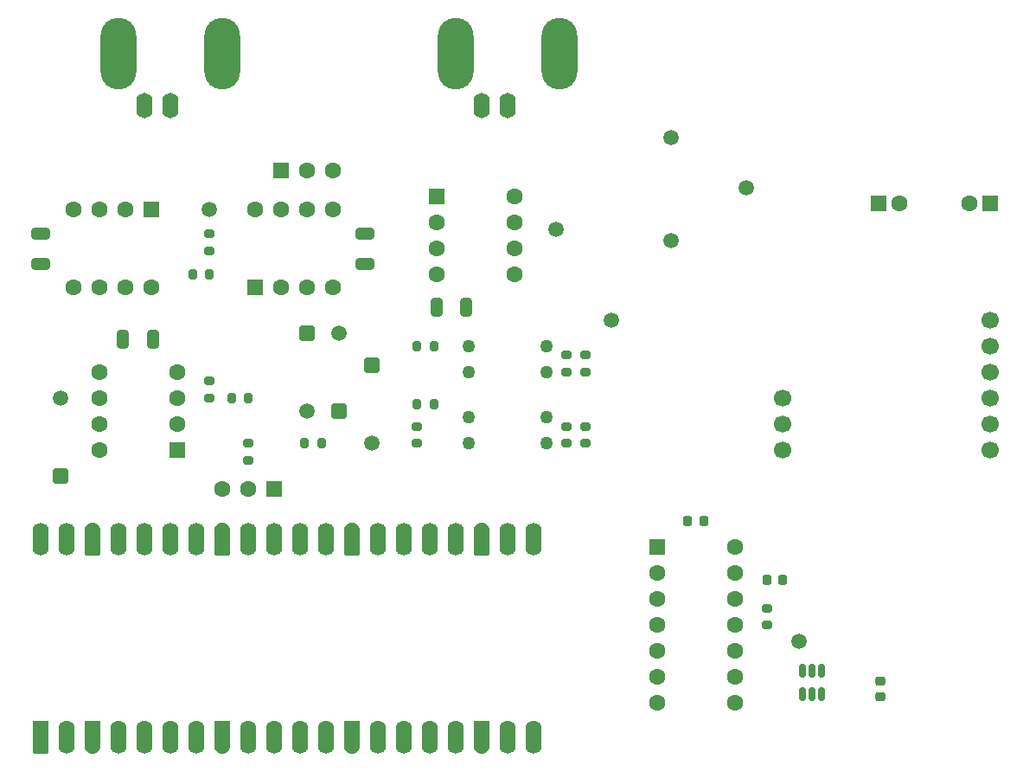
<source format=gbr>
%TF.GenerationSoftware,KiCad,Pcbnew,9.0.1*%
%TF.CreationDate,2025-06-24T23:50:42+09:00*%
%TF.ProjectId,SMU,534d552e-6b69-4636-9164-5f7063625858,rev?*%
%TF.SameCoordinates,Original*%
%TF.FileFunction,Soldermask,Top*%
%TF.FilePolarity,Negative*%
%FSLAX46Y46*%
G04 Gerber Fmt 4.6, Leading zero omitted, Abs format (unit mm)*
G04 Created by KiCad (PCBNEW 9.0.1) date 2025-06-24 23:50:42*
%MOMM*%
%LPD*%
G01*
G04 APERTURE LIST*
G04 Aperture macros list*
%AMRoundRect*
0 Rectangle with rounded corners*
0 $1 Rounding radius*
0 $2 $3 $4 $5 $6 $7 $8 $9 X,Y pos of 4 corners*
0 Add a 4 corners polygon primitive as box body*
4,1,4,$2,$3,$4,$5,$6,$7,$8,$9,$2,$3,0*
0 Add four circle primitives for the rounded corners*
1,1,$1+$1,$2,$3*
1,1,$1+$1,$4,$5*
1,1,$1+$1,$6,$7*
1,1,$1+$1,$8,$9*
0 Add four rect primitives between the rounded corners*
20,1,$1+$1,$2,$3,$4,$5,0*
20,1,$1+$1,$4,$5,$6,$7,0*
20,1,$1+$1,$6,$7,$8,$9,0*
20,1,$1+$1,$8,$9,$2,$3,0*%
%AMFreePoly0*
4,1,37,0.800000,0.796148,0.878414,0.796148,1.032228,0.765552,1.177117,0.705537,1.307515,0.618408,1.418408,0.507515,1.505537,0.377117,1.565552,0.232228,1.596148,0.078414,1.596148,-0.078414,1.565552,-0.232228,1.505537,-0.377117,1.418408,-0.507515,1.307515,-0.618408,1.177117,-0.705537,1.032228,-0.765552,0.878414,-0.796148,0.800000,-0.796148,0.800000,-0.800000,-1.400000,-0.800000,
-1.403843,-0.796157,-1.439018,-0.796157,-1.511114,-0.766294,-1.566294,-0.711114,-1.596157,-0.639018,-1.596157,-0.603843,-1.600000,-0.600000,-1.600000,0.600000,-1.596157,0.603843,-1.596157,0.639018,-1.566294,0.711114,-1.511114,0.766294,-1.439018,0.796157,-1.403843,0.796157,-1.400000,0.800000,0.800000,0.800000,0.800000,0.796148,0.800000,0.796148,$1*%
%AMFreePoly1*
4,1,37,1.403843,0.796157,1.439018,0.796157,1.511114,0.766294,1.566294,0.711114,1.596157,0.639018,1.596157,0.603843,1.600000,0.600000,1.600000,-0.600000,1.596157,-0.603843,1.596157,-0.639018,1.566294,-0.711114,1.511114,-0.766294,1.439018,-0.796157,1.403843,-0.796157,1.400000,-0.800000,-0.800000,-0.800000,-0.800000,-0.796148,-0.878414,-0.796148,-1.032228,-0.765552,-1.177117,-0.705537,
-1.307515,-0.618408,-1.418408,-0.507515,-1.505537,-0.377117,-1.565552,-0.232228,-1.596148,-0.078414,-1.596148,0.078414,-1.565552,0.232228,-1.505537,0.377117,-1.418408,0.507515,-1.307515,0.618408,-1.177117,0.705537,-1.032228,0.765552,-0.878414,0.796148,-0.800000,0.796148,-0.800000,0.800000,1.400000,0.800000,1.403843,0.796157,1.403843,0.796157,$1*%
%AMFreePoly2*
4,1,37,0.603843,0.796157,0.639018,0.796157,0.711114,0.766294,0.766294,0.711114,0.796157,0.639018,0.796157,0.603843,0.800000,0.600000,0.800000,-0.600000,0.796157,-0.603843,0.796157,-0.639018,0.766294,-0.711114,0.711114,-0.766294,0.639018,-0.796157,0.603843,-0.796157,0.600000,-0.800000,0.000000,-0.800000,0.000000,-0.796148,-0.078414,-0.796148,-0.232228,-0.765552,-0.377117,-0.705537,
-0.507515,-0.618408,-0.618408,-0.507515,-0.705537,-0.377117,-0.765552,-0.232228,-0.796148,-0.078414,-0.796148,0.078414,-0.765552,0.232228,-0.705537,0.377117,-0.618408,0.507515,-0.507515,0.618408,-0.377117,0.705537,-0.232228,0.765552,-0.078414,0.796148,0.000000,0.796148,0.000000,0.800000,0.600000,0.800000,0.603843,0.796157,0.603843,0.796157,$1*%
%AMFreePoly3*
4,1,37,0.000000,0.796148,0.078414,0.796148,0.232228,0.765552,0.377117,0.705537,0.507515,0.618408,0.618408,0.507515,0.705537,0.377117,0.765552,0.232228,0.796148,0.078414,0.796148,-0.078414,0.765552,-0.232228,0.705537,-0.377117,0.618408,-0.507515,0.507515,-0.618408,0.377117,-0.705537,0.232228,-0.765552,0.078414,-0.796148,0.000000,-0.796148,0.000000,-0.800000,-0.600000,-0.800000,
-0.603843,-0.796157,-0.639018,-0.796157,-0.711114,-0.766294,-0.766294,-0.711114,-0.796157,-0.639018,-0.796157,-0.603843,-0.800000,-0.600000,-0.800000,0.600000,-0.796157,0.603843,-0.796157,0.639018,-0.766294,0.711114,-0.711114,0.766294,-0.639018,0.796157,-0.603843,0.796157,-0.600000,0.800000,0.000000,0.800000,0.000000,0.796148,0.000000,0.796148,$1*%
G04 Aperture macros list end*
%ADD10C,1.500000*%
%ADD11RoundRect,0.250001X0.499999X-0.499999X0.499999X0.499999X-0.499999X0.499999X-0.499999X-0.499999X0*%
%ADD12RoundRect,0.250001X-0.499999X0.499999X-0.499999X-0.499999X0.499999X-0.499999X0.499999X0.499999X0*%
%ADD13C,1.600000*%
%ADD14RoundRect,0.250000X-0.550000X-0.550000X0.550000X-0.550000X0.550000X0.550000X-0.550000X0.550000X0*%
%ADD15RoundRect,0.200000X-0.275000X0.200000X-0.275000X-0.200000X0.275000X-0.200000X0.275000X0.200000X0*%
%ADD16RoundRect,0.200000X0.275000X-0.200000X0.275000X0.200000X-0.275000X0.200000X-0.275000X-0.200000X0*%
%ADD17C,1.270000*%
%ADD18RoundRect,0.200000X-0.200000X-0.275000X0.200000X-0.275000X0.200000X0.275000X-0.200000X0.275000X0*%
%ADD19RoundRect,0.250000X-0.650000X0.325000X-0.650000X-0.325000X0.650000X-0.325000X0.650000X0.325000X0*%
%ADD20RoundRect,0.225000X-0.225000X-0.250000X0.225000X-0.250000X0.225000X0.250000X-0.225000X0.250000X0*%
%ADD21RoundRect,0.225000X-0.250000X0.225000X-0.250000X-0.225000X0.250000X-0.225000X0.250000X0.225000X0*%
%ADD22RoundRect,0.250000X0.550000X0.550000X-0.550000X0.550000X-0.550000X-0.550000X0.550000X-0.550000X0*%
%ADD23O,1.600000X2.500000*%
%ADD24O,3.500000X7.000000*%
%ADD25RoundRect,0.250000X0.325000X0.650000X-0.325000X0.650000X-0.325000X-0.650000X0.325000X-0.650000X0*%
%ADD26RoundRect,0.225000X0.225000X0.250000X-0.225000X0.250000X-0.225000X-0.250000X0.225000X-0.250000X0*%
%ADD27RoundRect,0.150000X-0.150000X0.512500X-0.150000X-0.512500X0.150000X-0.512500X0.150000X0.512500X0*%
%ADD28C,1.700000*%
%ADD29R,1.500000X1.500000*%
%ADD30RoundRect,0.200000X0.200000X0.275000X-0.200000X0.275000X-0.200000X-0.275000X0.200000X-0.275000X0*%
%ADD31RoundRect,0.250000X0.550000X-0.550000X0.550000X0.550000X-0.550000X0.550000X-0.550000X-0.550000X0*%
%ADD32RoundRect,0.250000X0.650000X-0.325000X0.650000X0.325000X-0.650000X0.325000X-0.650000X-0.325000X0*%
%ADD33RoundRect,0.250000X-0.550000X0.550000X-0.550000X-0.550000X0.550000X-0.550000X0.550000X0.550000X0*%
%ADD34FreePoly0,90.000000*%
%ADD35RoundRect,0.200000X0.600000X-0.600000X0.600000X0.600000X-0.600000X0.600000X-0.600000X-0.600000X0*%
%ADD36RoundRect,0.800000X0.000010X-0.800000X0.000010X0.800000X-0.000010X0.800000X-0.000010X-0.800000X0*%
%ADD37FreePoly1,90.000000*%
%ADD38FreePoly2,90.000000*%
%ADD39FreePoly3,90.000000*%
G04 APERTURE END LIST*
D10*
%TO.C,D2*%
X56900000Y-151770000D03*
D11*
X56900000Y-159390000D03*
%TD*%
D10*
%TO.C,D1*%
X53725000Y-159380000D03*
D12*
X53725000Y-151760000D03*
%TD*%
D13*
%TO.C,C2*%
X111760000Y-139065000D03*
D14*
X109760000Y-139065000D03*
%TD*%
D12*
%TO.C,D3*%
X60075000Y-154935000D03*
D10*
X60075000Y-162555000D03*
%TD*%
D15*
%TO.C,R11*%
X79125000Y-160915000D03*
X79125000Y-162565000D03*
%TD*%
D16*
%TO.C,R16*%
X48010000Y-164210000D03*
X48010000Y-162560000D03*
%TD*%
D17*
%TO.C,U7*%
X77220000Y-162565000D03*
X77220000Y-160025000D03*
X69600000Y-160025000D03*
X69600000Y-162565000D03*
%TD*%
D18*
%TO.C,R15*%
X42550000Y-146055000D03*
X44200000Y-146055000D03*
%TD*%
%TO.C,R7*%
X64520000Y-153040000D03*
X66170000Y-153040000D03*
%TD*%
%TO.C,R17*%
X53535000Y-162560000D03*
X55185000Y-162560000D03*
%TD*%
D16*
%TO.C,R19*%
X44200000Y-158115000D03*
X44200000Y-156465000D03*
%TD*%
D19*
%TO.C,C7*%
X59440000Y-142040000D03*
X59440000Y-144990000D03*
%TD*%
D20*
%TO.C,C5*%
X91050000Y-170180000D03*
X92600000Y-170180000D03*
%TD*%
D21*
%TO.C,C3*%
X109855000Y-185775000D03*
X109855000Y-187325000D03*
%TD*%
D22*
%TO.C,C1*%
X120650000Y-139065000D03*
D13*
X118650000Y-139065000D03*
%TD*%
D23*
%TO.C,J2*%
X73410000Y-129540000D03*
D24*
X68330000Y-124460000D03*
D23*
X70870000Y-129540000D03*
D24*
X78490000Y-124460000D03*
%TD*%
D14*
%TO.C,U10*%
X66430000Y-138435000D03*
D13*
X66430000Y-140975000D03*
X66430000Y-143515000D03*
X66430000Y-146055000D03*
X74050000Y-146055000D03*
X74050000Y-143515000D03*
X74050000Y-140975000D03*
X74050000Y-138435000D03*
%TD*%
D25*
%TO.C,C8*%
X69375000Y-149230000D03*
X66425000Y-149230000D03*
%TD*%
D14*
%TO.C,U3*%
X88015000Y-172720000D03*
D13*
X88015000Y-175260000D03*
X88015000Y-177800000D03*
X88015000Y-180340000D03*
X88015000Y-182880000D03*
X88015000Y-185420000D03*
X88015000Y-187960000D03*
X95635000Y-187960000D03*
X95635000Y-185420000D03*
X95635000Y-182880000D03*
X95635000Y-180340000D03*
X95635000Y-177800000D03*
X95635000Y-175260000D03*
X95635000Y-172720000D03*
%TD*%
D16*
%TO.C,R1*%
X98810000Y-180340000D03*
X98810000Y-178690000D03*
%TD*%
D18*
%TO.C,R10*%
X64520000Y-158755000D03*
X66170000Y-158755000D03*
%TD*%
D26*
%TO.C,C4*%
X100360000Y-175895000D03*
X98810000Y-175895000D03*
%TD*%
D15*
%TO.C,R9*%
X81030000Y-153930000D03*
X81030000Y-155580000D03*
%TD*%
D27*
%TO.C,U2*%
X104140000Y-184785000D03*
X103190000Y-184785000D03*
X102240000Y-184785000D03*
X102240000Y-187060000D03*
X103190000Y-187060000D03*
X104140000Y-187060000D03*
%TD*%
D16*
%TO.C,R8*%
X79125000Y-155580000D03*
X79125000Y-153930000D03*
%TD*%
D25*
%TO.C,C9*%
X38690000Y-152400000D03*
X35740000Y-152400000D03*
%TD*%
D28*
%TO.C,U1*%
X100330000Y-158115000D03*
X100330000Y-160655000D03*
X100330000Y-163195000D03*
X120650000Y-150495000D03*
X120650000Y-153035000D03*
X120650000Y-155575000D03*
X120650000Y-158115000D03*
X120650000Y-160655000D03*
X120650000Y-163195000D03*
%TD*%
D29*
%TO.C,SW1*%
X51185000Y-135890000D03*
D13*
X53725000Y-135890000D03*
X56265000Y-135890000D03*
%TD*%
D30*
%TO.C,R18*%
X48010000Y-158115000D03*
X46360000Y-158115000D03*
%TD*%
D31*
%TO.C,U9*%
X48645000Y-147320000D03*
D13*
X51185000Y-147320000D03*
X53725000Y-147320000D03*
X56265000Y-147320000D03*
X56265000Y-139700000D03*
X53725000Y-139700000D03*
X51185000Y-139700000D03*
X48645000Y-139700000D03*
%TD*%
D23*
%TO.C,J1*%
X40390000Y-129540000D03*
D24*
X35310000Y-124460000D03*
D23*
X37850000Y-129540000D03*
D24*
X45470000Y-124460000D03*
%TD*%
D29*
%TO.C,SW2*%
X50550000Y-167005000D03*
D13*
X48010000Y-167005000D03*
X45470000Y-167005000D03*
%TD*%
D15*
%TO.C,R14*%
X44200000Y-142055000D03*
X44200000Y-143705000D03*
%TD*%
D22*
%TO.C,U11*%
X41020000Y-163200000D03*
D13*
X41020000Y-160660000D03*
X41020000Y-158120000D03*
X41020000Y-155580000D03*
X33400000Y-155580000D03*
X33400000Y-158120000D03*
X33400000Y-160660000D03*
X33400000Y-163200000D03*
%TD*%
D32*
%TO.C,C6*%
X27690000Y-144990000D03*
X27690000Y-142040000D03*
%TD*%
D15*
%TO.C,R13*%
X64520000Y-160915000D03*
X64520000Y-162565000D03*
%TD*%
D16*
%TO.C,R12*%
X81030000Y-162565000D03*
X81030000Y-160915000D03*
%TD*%
D17*
%TO.C,U6*%
X77220000Y-155580000D03*
X77220000Y-153040000D03*
X69600000Y-153040000D03*
X69600000Y-155580000D03*
%TD*%
D33*
%TO.C,U8*%
X38485000Y-139705000D03*
D13*
X35945000Y-139705000D03*
X33405000Y-139705000D03*
X30865000Y-139705000D03*
X30865000Y-147325000D03*
X33405000Y-147325000D03*
X35945000Y-147325000D03*
X38485000Y-147325000D03*
%TD*%
D11*
%TO.C,D4*%
X29595000Y-165740000D03*
D10*
X29595000Y-158120000D03*
%TD*%
D34*
%TO.C,A1*%
X27690000Y-191300000D03*
D35*
X27690000Y-190500000D03*
D36*
X30230000Y-191300000D03*
D13*
X30230000Y-190500000D03*
D37*
X32770000Y-191300000D03*
D38*
X32770000Y-190500000D03*
D36*
X35310000Y-191300000D03*
D13*
X35310000Y-190500000D03*
D36*
X37850000Y-191300000D03*
D13*
X37850000Y-190500000D03*
D36*
X40390000Y-191300000D03*
D13*
X40390000Y-190500000D03*
D36*
X42930000Y-191300000D03*
D13*
X42930000Y-190500000D03*
D37*
X45470000Y-191300000D03*
D38*
X45470000Y-190500000D03*
D36*
X48010000Y-191300000D03*
D13*
X48010000Y-190500000D03*
D36*
X50550000Y-191300000D03*
D13*
X50550000Y-190500000D03*
D36*
X53090000Y-191300000D03*
D13*
X53090000Y-190500000D03*
D36*
X55630000Y-191300000D03*
D13*
X55630000Y-190500000D03*
D37*
X58170000Y-191300000D03*
D38*
X58170000Y-190500000D03*
D36*
X60710000Y-191300000D03*
D13*
X60710000Y-190500000D03*
D36*
X63250000Y-191300000D03*
D13*
X63250000Y-190500000D03*
D36*
X65790000Y-191300000D03*
D13*
X65790000Y-190500000D03*
D36*
X68330000Y-191300000D03*
D13*
X68330000Y-190500000D03*
D37*
X70870000Y-191300000D03*
D38*
X70870000Y-190500000D03*
D36*
X73410000Y-191300000D03*
D13*
X73410000Y-190500000D03*
D36*
X75950000Y-191300000D03*
D13*
X75950000Y-190500000D03*
X75950000Y-172720000D03*
D36*
X75950000Y-171920000D03*
D13*
X73410000Y-172720000D03*
D36*
X73410000Y-171920000D03*
D39*
X70870000Y-172720000D03*
D34*
X70870000Y-171920000D03*
D13*
X68330000Y-172720000D03*
D36*
X68330000Y-171920000D03*
D13*
X65790000Y-172720000D03*
D36*
X65790000Y-171920000D03*
D13*
X63250000Y-172720000D03*
D36*
X63250000Y-171920000D03*
D13*
X60710000Y-172720000D03*
D36*
X60710000Y-171920000D03*
D39*
X58170000Y-172720000D03*
D34*
X58170000Y-171920000D03*
D13*
X55630000Y-172720000D03*
D36*
X55630000Y-171920000D03*
D13*
X53090000Y-172720000D03*
D36*
X53090000Y-171920000D03*
D13*
X50550000Y-172720000D03*
D36*
X50550000Y-171920000D03*
D13*
X48010000Y-172720000D03*
D36*
X48010000Y-171920000D03*
D39*
X45470000Y-172720000D03*
D34*
X45470000Y-171920000D03*
D13*
X42930000Y-172720000D03*
D36*
X42930000Y-171920000D03*
D13*
X40390000Y-172720000D03*
D36*
X40390000Y-171920000D03*
D13*
X37850000Y-172720000D03*
D36*
X37850000Y-171920000D03*
D13*
X35310000Y-172720000D03*
D36*
X35310000Y-171920000D03*
D39*
X32770000Y-172720000D03*
D34*
X32770000Y-171920000D03*
D13*
X30230000Y-172720000D03*
D36*
X30230000Y-171920000D03*
D13*
X27690000Y-172720000D03*
D36*
X27690000Y-171920000D03*
%TD*%
D10*
X89408000Y-142748000D03*
X78105000Y-141605000D03*
X101931250Y-181913750D03*
X44200000Y-139700000D03*
X96774000Y-137564000D03*
X89408000Y-132620000D03*
X83570000Y-150495000D03*
M02*

</source>
